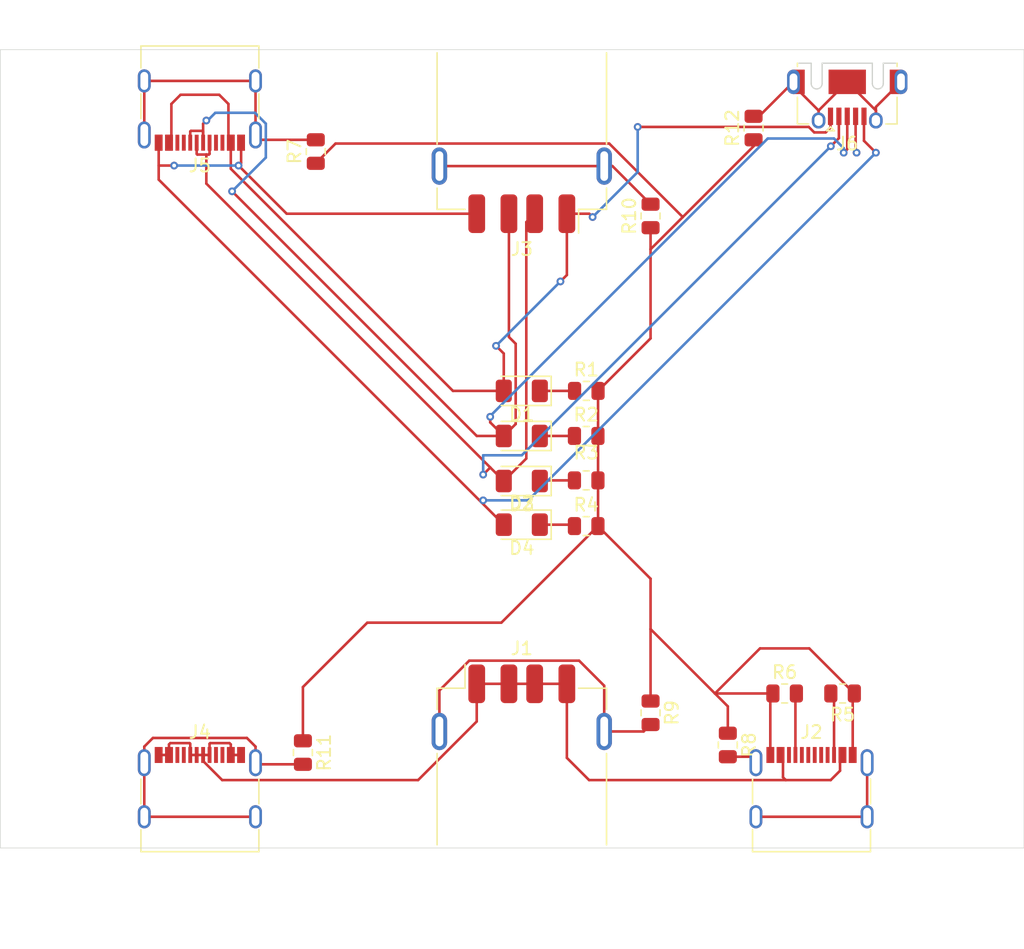
<source format=kicad_pcb>
(kicad_pcb (version 20240108) (generator "pcbnew") (generator_version "8.0")
  (layers (0 "F.Cu" signal) (31 "B.Cu" signal) (34 "B.Paste" user) (35 "F.Paste" user) (36 "B.SilkS" user "B.Silkscreen") (37 "F.SilkS" user "F.Silkscreen") (38 "B.Mask" user) (39 "F.Mask" user) (44 "Edge.Cuts" user))
  (net 0 "")
  (net 1 "Net-(D1-A)")
  (net 2 "Net-(D1-K)")
  (net 3 "Net-(D2-A)")
  (net 4 "Net-(D2-K)")
  (net 5 "Net-(D3-A)")
  (net 6 "Net-(D3-K)")
  (net 7 "Net-(D4-A)")
  (net 8 "Net-(D4-K)")
  (net 9 "Net-(J1-Shield)")
  (net 10 "+5V")
  (net 12 "GND")
  (net 16 "Net-(J2-CC1)")
  (net 17 "Net-(J2-CC2)")
  (net 18 "Net-(J2-SHIELD)")
  (net 21 "Net-(J3-Shield)")
  (net 22 "Net-(J4-SHIELD)")
  (net 28 "Net-(J5-SHIELD)")
  (net 32 "Net-(J6-Shield)")
  (net 33 "unconnected-(J6-ID-Pad4)")
  (footprint "LED_SMD:LED_1206_3216Metric" (layer "F.Cu") (at 57 81 180)
    (property "Reference" "D2" (at 0 -5.18 360) (layer "F.SilkS"))
    (property "Value" "LED")
    (fp_line (start 1.6 -1.135) (end -2.285 -1.135) (stroke (width 0.12)) (layer "F.SilkS"))
    (fp_line (start -2.285 1.135) (end 1.6 1.135) (stroke (width 0.12)) (layer "F.SilkS"))
    (fp_line (start -2.285 -1.135) (end -2.285 1.135) (stroke (width 0.12)) (layer "F.SilkS"))
    (pad "1" smd roundrect (at -1.4 0 180) (size 1.25 1.75) (layers "F.Cu" "F.Paste" "F.Mask") (roundrect_rratio 0.2) (net 4 "Net-(D2-K)"))
    (pad "2" smd roundrect (at 1.4 0 180) (size 1.25 1.75) (layers "F.Cu" "F.Paste" "F.Mask") (roundrect_rratio 0.2) (net 3 "Net-(D2-A)"))
  )
  (footprint "Resistor_SMD:R_0805_2012Metric" (layer "F.Cu") (at 73 105 -90)
    (property "Reference" "R8" (at 0 -1.65 90) (layer "F.SilkS"))
    (property "Value" "1M")
    (fp_line (start -0.227064 0.735) (end 0.227064 0.735) (stroke (width 0.12)) (layer "F.SilkS"))
    (fp_line (start -0.227064 -0.735) (end 0.227064 -0.735) (stroke (width 0.12)) (layer "F.SilkS"))
    (pad "1" smd roundrect (at -0.9125 0 270) (size 1.025 1.4) (layers "F.Cu" "F.Paste" "F.Mask") (roundrect_rratio 0.243902) (net 12 "GND"))
    (pad "2" smd roundrect (at 0.9125 0 270) (size 1.025 1.4) (layers "F.Cu" "F.Paste" "F.Mask") (roundrect_rratio 0.243902) (net 18 "Net-(J2-SHIELD)"))
  )
  (footprint "Resistor_SMD:R_0805_2012Metric" (layer "F.Cu") (at 75 57.0875 90)
    (property "Reference" "R12" (at 0 -1.65 90) (layer "F.SilkS"))
    (property "Value" "1M")
    (fp_line (start -0.227064 -0.735) (end 0.227064 -0.735) (stroke (width 0.12)) (layer "F.SilkS"))
    (fp_line (start -0.227064 0.735) (end 0.227064 0.735) (stroke (width 0.12)) (layer "F.SilkS"))
    (pad "1" smd roundrect (at -0.9125 0 90) (size 1.025 1.4) (layers "F.Cu" "F.Paste" "F.Mask") (roundrect_rratio 0.243902) (net 12 "GND"))
    (pad "2" smd roundrect (at 0.9125 0 90) (size 1.025 1.4) (layers "F.Cu" "F.Paste" "F.Mask") (roundrect_rratio 0.243902) (net 32 "Net-(J6-Shield)"))
  )
  (footprint "LED_SMD:LED_1206_3216Metric" (layer "F.Cu") (at 57 87.89 180)
    (property "Reference" "D4" (at 0 -1.82 360) (layer "F.SilkS"))
    (property "Value" "LED")
    (fp_line (start 1.6 -1.135) (end -2.285 -1.135) (stroke (width 0.12)) (layer "F.SilkS"))
    (fp_line (start -2.285 1.135) (end 1.6 1.135) (stroke (width 0.12)) (layer "F.SilkS"))
    (fp_line (start -2.285 -1.135) (end -2.285 1.135) (stroke (width 0.12)) (layer "F.SilkS"))
    (pad "1" smd roundrect (at -1.4 0 180) (size 1.25 1.75) (layers "F.Cu" "F.Paste" "F.Mask") (roundrect_rratio 0.2) (net 8 "Net-(D4-K)"))
    (pad "2" smd roundrect (at 1.4 0 180) (size 1.25 1.75) (layers "F.Cu" "F.Paste" "F.Mask") (roundrect_rratio 0.2) (net 7 "Net-(D4-A)"))
  )
  (footprint "Resistor_SMD:R_0805_2012Metric" (layer "F.Cu") (at 62 81)
    (property "Reference" "R2" (at 0 -1.65 0) (layer "F.SilkS"))
    (property "Value" "13000")
    (fp_line (start -0.227064 -0.735) (end 0.227064 -0.735) (stroke (width 0.12)) (layer "F.SilkS"))
    (fp_line (start -0.227064 0.735) (end 0.227064 0.735) (stroke (width 0.12)) (layer "F.SilkS"))
    (pad "1" smd roundrect (at -0.9125 0) (size 1.025 1.4) (layers "F.Cu" "F.Paste" "F.Mask") (roundrect_rratio 0.243902) (net 4 "Net-(D2-K)"))
    (pad "2" smd roundrect (at 0.9125 0) (size 1.025 1.4) (layers "F.Cu" "F.Paste" "F.Mask") (roundrect_rratio 0.243902) (net 12 "GND"))
  )
  (footprint "Resistor_SMD:R_0805_2012Metric" (layer "F.Cu") (at 62 84.45)
    (property "Reference" "R3" (at 0 -2.15 0) (layer "F.SilkS"))
    (property "Value" "13000")
    (fp_line (start -0.227064 -0.735) (end 0.227064 -0.735) (stroke (width 0.12)) (layer "F.SilkS"))
    (fp_line (start -0.227064 0.735) (end 0.227064 0.735) (stroke (width 0.12)) (layer "F.SilkS"))
    (pad "1" smd roundrect (at -0.9125 0) (size 1.025 1.4) (layers "F.Cu" "F.Paste" "F.Mask") (roundrect_rratio 0.243902) (net 6 "Net-(D3-K)"))
    (pad "2" smd roundrect (at 0.9125 0) (size 1.025 1.4) (layers "F.Cu" "F.Paste" "F.Mask") (roundrect_rratio 0.243902) (net 12 "GND"))
  )
  (footprint "LED_SMD:LED_1206_3216Metric" (layer "F.Cu") (at 57 84.5 180)
    (property "Reference" "D3" (at 0 -1.82 360) (layer "F.SilkS"))
    (property "Value" "LED")
    (fp_line (start 1.6 -1.135) (end -2.285 -1.135) (stroke (width 0.12)) (layer "F.SilkS"))
    (fp_line (start -2.285 1.135) (end 1.6 1.135) (stroke (width 0.12)) (layer "F.SilkS"))
    (fp_line (start -2.285 -1.135) (end -2.285 1.135) (stroke (width 0.12)) (layer "F.SilkS"))
    (pad "1" smd roundrect (at -1.4 0 180) (size 1.25 1.75) (layers "F.Cu" "F.Paste" "F.Mask") (roundrect_rratio 0.2) (net 6 "Net-(D3-K)"))
    (pad "2" smd roundrect (at 1.4 0 180) (size 1.25 1.75) (layers "F.Cu" "F.Paste" "F.Mask") (roundrect_rratio 0.2) (net 5 "Net-(D3-A)"))
  )
  (footprint "Resistor_SMD:R_0805_2012Metric" (layer "F.Cu") (at 62.01 77.5)
    (property "Reference" "R1" (at 0 -1.65 0) (layer "F.SilkS"))
    (property "Value" "13000")
    (fp_line (start -0.227064 -0.735) (end 0.227064 -0.735) (stroke (width 0.12)) (layer "F.SilkS"))
    (fp_line (start -0.227064 0.735) (end 0.227064 0.735) (stroke (width 0.12)) (layer "F.SilkS"))
    (pad "1" smd roundrect (at -0.9125 0) (size 1.025 1.4) (layers "F.Cu" "F.Paste" "F.Mask") (roundrect_rratio 0.243902) (net 2 "Net-(D1-K)"))
    (pad "2" smd roundrect (at 0.9125 0) (size 1.025 1.4) (layers "F.Cu" "F.Paste" "F.Mask") (roundrect_rratio 0.243902) (net 12 "GND"))
  )
  (footprint "LED_SMD:LED_1206_3216Metric" (layer "F.Cu") (at 57 77.5 180)
    (property "Reference" "D1" (at 0 -1.82 360) (layer "F.SilkS"))
    (property "Value" "LED")
    (fp_line (start 1.6 -1.135) (end -2.285 -1.135) (stroke (width 0.12)) (layer "F.SilkS"))
    (fp_line (start -2.285 1.135) (end 1.6 1.135) (stroke (width 0.12)) (layer "F.SilkS"))
    (fp_line (start -2.285 -1.135) (end -2.285 1.135) (stroke (width 0.12)) (layer "F.SilkS"))
    (pad "1" smd roundrect (at -1.4 0 180) (size 1.25 1.75) (layers "F.Cu" "F.Paste" "F.Mask") (roundrect_rratio 0.2) (net 2 "Net-(D1-K)"))
    (pad "2" smd roundrect (at 1.4 0 180) (size 1.25 1.75) (layers "F.Cu" "F.Paste" "F.Mask") (roundrect_rratio 0.2) (net 1 "Net-(D1-A)"))
  )
  (footprint "Connector_USB:USB_C_Receptacle_G-Switch_GT-USB-7010ASV" (layer "F.Cu") (at 32 109.5)
    (property "Reference" "J4" (at 0 -5.5 0) (layer "F.SilkS"))
    (property "Value" "USB_C_Receptacle_USB2.0_16P")
    (fp_line (start -4.58 -1.85) (end -4.58 0.07) (stroke (width 0.12)) (layer "F.SilkS"))
    (fp_line (start -4.58 3.785) (end -4.58 2.08) (stroke (width 0.12)) (layer "F.SilkS"))
    (fp_line (start 4.58 0.07) (end 4.58 -1.85) (stroke (width 0.12)) (layer "F.SilkS"))
    (fp_line (start 4.58 2.08) (end 4.58 3.785) (stroke (width 0.12)) (layer "F.SilkS"))
    (fp_line (start 4.58 3.785) (end -4.58 3.785) (stroke (width 0.12)) (layer "F.SilkS"))
    (pad "" np_thru_hole circle (at -2.89 -2.605) (size 0.65 0.65) (drill 0.65) (layers "*.Cu" "*.Mask"))
    (pad "" np_thru_hole circle (at 2.89 -2.605) (size 0.65 0.65) (drill 0.65) (layers "*.Cu" "*.Mask"))
    (pad "A1" smd rect (at -3.2 -3.725) (size 0.6 1.24) (layers "F.Cu" "F.Paste" "F.Mask") (net 10 "+5V"))
    (pad "A4" smd rect (at -2.4 -3.725) (size 0.6 1.24) (layers "F.Cu" "F.Paste" "F.Mask") (net 10 "+5V"))
    (pad "A5" smd rect (at -1.25 -3.725) (size 0.3 1.24) (layers "F.Cu" "F.Paste" "F.Mask"))
    (pad "A6" smd rect (at -0.25 -3.725) (size 0.3 1.24) (layers "F.Cu" "F.Paste" "F.Mask") (net 10 "+5V"))
    (pad "A7" smd rect (at 0.25 -3.725) (size 0.3 1.24) (layers "F.Cu" "F.Paste" "F.Mask") (net 10 "+5V"))
    (pad "A8" smd rect (at 1.25 -3.725) (size 0.3 1.24) (layers "F.Cu" "F.Paste" "F.Mask"))
    (pad "A9" smd rect (at 2.4 -3.725) (size 0.6 1.24) (layers "F.Cu" "F.Paste" "F.Mask") (net 10 "+5V"))
    (pad "A12" smd rect (at 3.2 -3.725) (size 0.6 1.24) (layers "F.Cu" "F.Paste" "F.Mask") (net 10 "+5V"))
    (pad "B1" smd rect (at 3.2 -3.725) (size 0.6 1.24) (layers "F.Cu" "F.Paste" "F.Mask") (net 10 "+5V"))
    (pad "B4" smd rect (at 2.4 -3.725) (size 0.6 1.24) (layers "F.Cu" "F.Paste" "F.Mask") (net 10 "+5V"))
    (pad "B5" smd rect (at 1.75 -3.725) (size 0.3 1.24) (layers "F.Cu" "F.Paste" "F.Mask"))
    (pad "B6" smd rect (at 0.75 -3.725) (size 0.3 1.24) (layers "F.Cu" "F.Paste" "F.Mask") (net 10 "+5V"))
    (pad "B7" smd rect (at -0.75 -3.725) (size 0.3 1.24) (layers "F.Cu" "F.Paste" "F.Mask") (net 10 "+5V"))
    (pad "B8" smd rect (at -1.75 -3.725) (size 0.3 1.24) (layers "F.Cu" "F.Paste" "F.Mask"))
    (pad "B9" smd rect (at -2.4 -3.725) (size 0.6 1.24) (layers "F.Cu" "F.Paste" "F.Mask") (net 10 "+5V"))
    (pad "B12" smd rect (at -3.2 -3.725) (size 0.6 1.24) (layers "F.Cu" "F.Paste" "F.Mask") (net 10 "+5V"))
    (pad "S1" thru_hole oval (at -4.32 -3.125) (size 1 2.1) (drill oval 0.6 1.7) (layers "*.Cu" "*.Mask") (net 22 "Net-(J4-SHIELD)"))
    (pad "S1" thru_hole oval (at -4.32 1.075) (size 1 1.8) (drill oval 0.6 1.4) (layers "*.Cu" "*.Mask") (net 22 "Net-(J4-SHIELD)"))
    (pad "S1" thru_hole oval (at 4.32 -3.125) (size 1 2.1) (drill oval 0.6 1.7) (layers "*.Cu" "*.Mask") (net 22 "Net-(J4-SHIELD)"))
    (pad "S1" thru_hole oval (at 4.32 1.075) (size 1 1.8) (drill oval 0.6 1.4) (layers "*.Cu" "*.Mask") (net 22 "Net-(J4-SHIELD)"))
  )
  (footprint "Resistor_SMD:R_0805_2012Metric" (layer "F.Cu") (at 77.4125 101)
    (property "Reference" "R6" (at 0 -1.65 0) (layer "F.SilkS"))
    (property "Value" "5.11k")
    (fp_line (start -0.227064 -0.735) (end 0.227064 -0.735) (stroke (width 0.12)) (layer "F.SilkS"))
    (fp_line (start -0.227064 0.735) (end 0.227064 0.735) (stroke (width 0.12)) (layer "F.SilkS"))
    (pad "1" smd roundrect (at -0.9125 0) (size 1.025 1.4) (layers "F.Cu" "F.Paste" "F.Mask") (roundrect_rratio 0.243902) (net 12 "GND"))
    (pad "2" smd roundrect (at 0.9125 0) (size 1.025 1.4) (layers "F.Cu" "F.Paste" "F.Mask") (roundrect_rratio 0.243902) (net 16 "Net-(J2-CC1)"))
  )
  (footprint "Resistor_SMD:R_0805_2012Metric" (layer "F.Cu") (at 62 88)
    (property "Reference" "R4" (at 0 -1.65 0) (layer "F.SilkS"))
    (property "Value" "13000")
    (fp_line (start -0.227064 -0.735) (end 0.227064 -0.735) (stroke (width 0.12)) (layer "F.SilkS"))
    (fp_line (start -0.227064 0.735) (end 0.227064 0.735) (stroke (width 0.12)) (layer "F.SilkS"))
    (pad "1" smd roundrect (at -0.9125 0) (size 1.025 1.4) (layers "F.Cu" "F.Paste" "F.Mask") (roundrect_rratio 0.243902) (net 8 "Net-(D4-K)"))
    (pad "2" smd roundrect (at 0.9125 0) (size 1.025 1.4) (layers "F.Cu" "F.Paste" "F.Mask") (roundrect_rratio 0.243902) (net 12 "GND"))
  )
  (footprint "Connector_USB:USB_A_Receptacle_GCT_USB1046" (layer "F.Cu") (at 57 56.49 180)
    (property "Reference" "J3" (at 0 -10 0) (layer "F.SilkS"))
    (property "Value" "USB_A")
    (fp_line (start 6.58 -1.84) (end 6.58 5.25) (stroke (width 0.12)) (layer "F.SilkS"))
    (fp_line (start 6.58 -6.91) (end 6.58 -5.26) (stroke (width 0.12)) (layer "F.SilkS"))
    (fp_line (start 4.41 -6.91) (end 6.58 -6.91) (stroke (width 0.12)) (layer "F.SilkS"))
    (fp_line (start -4.41 -6.91) (end -4.41 -8.75) (stroke (width 0.12)) (layer "F.SilkS"))
    (fp_line (start -4.41 -6.91) (end -6.58 -6.91) (stroke (width 0.12)) (layer "F.SilkS"))
    (fp_line (start -6.58 -1.84) (end -6.58 5.25) (stroke (width 0.12)) (layer "F.SilkS"))
    (fp_line (start -6.58 -6.91) (end -6.58 -5.26) (stroke (width 0.12)) (layer "F.SilkS"))
    (pad "1" smd roundrect (at -3.5 -7.25 180) (size 1.3 3) (layers "F.Cu" "F.Paste" "F.Mask") (net 1 "Net-(D1-A)"))
    (pad "2" smd roundrect (at -1 -7.25 180) (size 1.3 3) (layers "F.Cu" "F.Paste" "F.Mask") (net 5 "Net-(D3-A)"))
    (pad "3" smd roundrect (at 1 -7.25 180) (size 1.3 3) (layers "F.Cu" "F.Paste" "F.Mask") (net 3 "Net-(D2-A)"))
    (pad "4" smd roundrect (at 3.5 -7.25 180) (size 1.3 3) (layers "F.Cu" "F.Paste" "F.Mask") (net 7 "Net-(D4-A)"))
    (pad "5" thru_hole oval (at -6.4 -3.55 180) (size 1.2 2.9) (drill oval 0.6 2.3) (layers "*.Cu" "*.Mask") (net 21 "Net-(J3-Shield)"))
    (pad "5" thru_hole oval (at 6.4 -3.55 180) (size 1.2 2.9) (drill oval 0.6 2.3) (layers "*.Cu" "*.Mask") (net 21 "Net-(J3-Shield)"))
  )
  (footprint "Connector_USB:USB_C_Receptacle_G-Switch_GT-USB-7010ASV" (layer "F.Cu") (at 32 54.5 180)
    (property "Reference" "J5" (at 0 -5.5 360) (layer "F.SilkS"))
    (property "Value" "USB_C_Receptacle_USB2.0_16P")
    (fp_line (start 4.58 3.785) (end -4.58 3.785) (stroke (width 0.12)) (layer "F.SilkS"))
    (fp_line (start 4.58 2.08) (end 4.58 3.785) (stroke (width 0.12)) (layer "F.SilkS"))
    (fp_line (start 4.58 0.07) (end 4.58 -1.85) (stroke (width 0.12)) (layer "F.SilkS"))
    (fp_line (start -4.58 3.785) (end -4.58 2.08) (stroke (width 0.12)) (layer "F.SilkS"))
    (fp_line (start -4.58 -1.85) (end -4.58 0.07) (stroke (width 0.12)) (layer "F.SilkS"))
    (pad "" np_thru_hole circle (at -2.89 -2.605 180) (size 0.65 0.65) (drill 0.65) (layers "*.Cu" "*.Mask"))
    (pad "" np_thru_hole circle (at 2.89 -2.605 180) (size 0.65 0.65) (drill 0.65) (layers "*.Cu" "*.Mask"))
    (pad "A1" smd rect (at -3.2 -3.725 180) (size 0.6 1.24) (layers "F.Cu" "F.Paste" "F.Mask") (net 7 "Net-(D4-A)"))
    (pad "A4" smd rect (at -2.4 -3.725 180) (size 0.6 1.24) (layers "F.Cu" "F.Paste" "F.Mask") (net 1 "Net-(D1-A)"))
    (pad "A5" smd rect (at -1.25 -3.725 180) (size 0.3 1.24) (layers "F.Cu" "F.Paste" "F.Mask"))
    (pad "A6" smd rect (at -0.25 -3.725 180) (size 0.3 1.24) (layers "F.Cu" "F.Paste" "F.Mask") (net 3 "Net-(D2-A)"))
    (pad "A7" smd rect (at 0.25 -3.725 180) (size 0.3 1.24) (layers "F.Cu" "F.Paste" "F.Mask") (net 5 "Net-(D3-A)"))
    (pad "A8" smd rect (at 1.25 -3.725 180) (size 0.3 1.24) (layers "F.Cu" "F.Paste" "F.Mask"))
    (pad "A9" smd rect (at 2.4 -3.725 180) (size 0.6 1.24) (layers "F.Cu" "F.Paste" "F.Mask") (net 1 "Net-(D1-A)"))
    (pad "A12" smd rect (at 3.2 -3.725 180) (size 0.6 1.24) (layers "F.Cu" "F.Paste" "F.Mask") (net 7 "Net-(D4-A)"))
    (pad "B1" smd rect (at 3.2 -3.725 180) (size 0.6 1.24) (layers "F.Cu" "F.Paste" "F.Mask") (net 7 "Net-(D4-A)"))
    (pad "B4" smd rect (at 2.4 -3.725 180) (size 0.6 1.24) (layers "F.Cu" "F.Paste" "F.Mask") (net 1 "Net-(D1-A)"))
    (pad "B5" smd rect (at 1.75 -3.725 180) (size 0.3 1.24) (layers "F.Cu" "F.Paste" "F.Mask"))
    (pad "B6" smd rect (at 0.75 -3.725 180) (size 0.3 1.24) (layers "F.Cu" "F.Paste" "F.Mask") (net 3 "Net-(D2-A)"))
    (pad "B7" smd rect (at -0.75 -3.725 180) (size 0.3 1.24) (layers "F.Cu" "F.Paste" "F.Mask") (net 5 "Net-(D3-A)"))
    (pad "B8" smd rect (at -1.75 -3.725 180) (size 0.3 1.24) (layers "F.Cu" "F.Paste" "F.Mask"))
    (pad "B9" smd rect (at -2.4 -3.725 180) (size 0.6 1.24) (layers "F.Cu" "F.Paste" "F.Mask") (net 1 "Net-(D1-A)"))
    (pad "B12" smd rect (at -3.2 -3.725 180) (size 0.6 1.24) (layers "F.Cu" "F.Paste" "F.Mask") (net 7 "Net-(D4-A)"))
    (pad "S1" thru_hole oval (at -4.32 -3.125 180) (size 1 2.1) (drill oval 0.6 1.7) (layers "*.Cu" "*.Mask") (net 28 "Net-(J5-SHIELD)"))
    (pad "S1" thru_hole oval (at -4.32 1.075 180) (size 1 1.8) (drill oval 0.6 1.4) (layers "*.Cu" "*.Mask") (net 28 "Net-(J5-SHIELD)"))
    (pad "S1" thru_hole oval (at 4.32 -3.125 180) (size 1 2.1) (drill oval 0.6 1.7) (layers "*.Cu" "*.Mask") (net 28 "Net-(J5-SHIELD)"))
    (pad "S1" thru_hole oval (at 4.32 1.075 180) (size 1 1.8) (drill oval 0.6 1.4) (layers "*.Cu" "*.Mask") (net 28 "Net-(J5-SHIELD)"))
  )
  (footprint "Connector_USB:USB_C_Receptacle_G-Switch_GT-USB-7010ASV" (layer "F.Cu") (at 79.5 109.5)
    (property "Reference" "J2" (at 0 -5.5 0) (layer "F.SilkS"))
    (property "Value" "USB_C_Receptacle_USB2.0_16P")
    (fp_line (start -4.58 -1.85) (end -4.58 0.07) (stroke (width 0.12)) (layer "F.SilkS"))
    (fp_line (start -4.58 3.785) (end -4.58 2.08) (stroke (width 0.12)) (layer "F.SilkS"))
    (fp_line (start 4.58 0.07) (end 4.58 -1.85) (stroke (width 0.12)) (layer "F.SilkS"))
    (fp_line (start 4.58 2.08) (end 4.58 3.785) (stroke (width 0.12)) (layer "F.SilkS"))
    (fp_line (start 4.58 3.785) (end -4.58 3.785) (stroke (width 0.12)) (layer "F.SilkS"))
    (pad "" np_thru_hole circle (at -2.89 -2.605) (size 0.65 0.65) (drill 0.65) (layers "*.Cu" "*.Mask"))
    (pad "" np_thru_hole circle (at 2.89 -2.605) (size 0.65 0.65) (drill 0.65) (layers "*.Cu" "*.Mask"))
    (pad "A1" smd rect (at -3.2 -3.725) (size 0.6 1.24) (layers "F.Cu" "F.Paste" "F.Mask") (net 12 "GND"))
    (pad "A4" smd rect (at -2.4 -3.725) (size 0.6 1.24) (layers "F.Cu" "F.Paste" "F.Mask") (net 10 "+5V"))
    (pad "A5" smd rect (at -1.25 -3.725) (size 0.3 1.24) (layers "F.Cu" "F.Paste" "F.Mask") (net 16 "Net-(J2-CC1)"))
    (pad "A6" smd rect (at -0.25 -3.725) (size 0.3 1.24) (layers "F.Cu" "F.Paste" "F.Mask"))
    (pad "A7" smd rect (at 0.25 -3.725) (size 0.3 1.24) (layers "F.Cu" "F.Paste" "F.Mask"))
    (pad "A8" smd rect (at 1.25 -3.725) (size 0.3 1.24) (layers "F.Cu" "F.Paste" "F.Mask"))
    (pad "A9" smd rect (at 2.4 -3.725) (size 0.6 1.24) (layers "F.Cu" "F.Paste" "F.Mask") (net 10 "+5V"))
    (pad "A12" smd rect (at 3.2 -3.725) (size 0.6 1.24) (layers "F.Cu" "F.Paste" "F.Mask") (net 12 "GND"))
    (pad "B1" smd rect (at 3.2 -3.725) (size 0.6 1.24) (layers "F.Cu" "F.Paste" "F.Mask") (net 12 "GND"))
    (pad "B4" smd rect (at 2.4 -3.725) (size 0.6 1.24) (layers "F.Cu" "F.Paste" "F.Mask") (net 10 "+5V"))
    (pad "B5" smd rect (at 1.75 -3.725) (size 0.3 1.24) (layers "F.Cu" "F.Paste" "F.Mask") (net 17 "Net-(J2-CC2)"))
    (pad "B6" smd rect (at 0.75 -3.725) (size 0.3 1.24) (layers "F.Cu" "F.Paste" "F.Mask"))
    (pad "B7" smd rect (at -0.75 -3.725) (size 0.3 1.24) (layers "F.Cu" "F.Paste" "F.Mask"))
    (pad "B8" smd rect (at -1.75 -3.725) (size 0.3 1.24) (layers "F.Cu" "F.Paste" "F.Mask"))
    (pad "B9" smd rect (at -2.4 -3.725) (size 0.6 1.24) (layers "F.Cu" "F.Paste" "F.Mask") (net 10 "+5V"))
    (pad "B12" smd rect (at -3.2 -3.725) (size 0.6 1.24) (layers "F.Cu" "F.Paste" "F.Mask") (net 12 "GND"))
    (pad "S1" thru_hole oval (at -4.32 -3.125) (size 1 2.1) (drill oval 0.6 1.7) (layers "*.Cu" "*.Mask") (net 18 "Net-(J2-SHIELD)"))
    (pad "S1" thru_hole oval (at -4.32 1.075) (size 1 1.8) (drill oval 0.6 1.4) (layers "*.Cu" "*.Mask") (net 18 "Net-(J2-SHIELD)"))
    (pad "S1" thru_hole oval (at 4.32 -3.125) (size 1 2.1) (drill oval 0.6 1.7) (layers "*.Cu" "*.Mask") (net 18 "Net-(J2-SHIELD)"))
    (pad "S1" thru_hole oval (at 4.32 1.075) (size 1 1.8) (drill oval 0.6 1.4) (layers "*.Cu" "*.Mask") (net 18 "Net-(J2-SHIELD)"))
  )
  (footprint "Connector_USB:USB_A_Receptacle_GCT_USB1046" (layer "F.Cu") (at 57 107.5)
    (property "Reference" "J1" (at 0 -10 0) (layer "F.SilkS"))
    (property "Value" "USB_A")
    (fp_line (start -6.58 -6.91) (end -6.58 -5.26) (stroke (width 0.12)) (layer "F.SilkS"))
    (fp_line (start -6.58 -1.84) (end -6.58 5.25) (stroke (width 0.12)) (layer "F.SilkS"))
    (fp_line (start -4.41 -6.91) (end -6.58 -6.91) (stroke (width 0.12)) (layer "F.SilkS"))
    (fp_line (start -4.41 -6.91) (end -4.41 -8.75) (stroke (width 0.12)) (layer "F.SilkS"))
    (fp_line (start 4.41 -6.91) (end 6.58 -6.91) (stroke (width 0.12)) (layer "F.SilkS"))
    (fp_line (start 6.58 -6.91) (end 6.58 -5.26) (stroke (width 0.12)) (layer "F.SilkS"))
    (fp_line (start 6.58 -1.84) (end 6.58 5.25) (stroke (width 0.12)) (layer "F.SilkS"))
    (pad "1" smd roundrect (at -3.5 -7.25) (size 1.3 3) (layers "F.Cu" "F.Paste" "F.Mask") (net 10 "+5V"))
    (pad "2" smd roundrect (at -1 -7.25) (size 1.3 3) (layers "F.Cu" "F.Paste" "F.Mask") (net 10 "+5V"))
    (pad "3" smd roundrect (at 1 -7.25) (size 1.3 3) (layers "F.Cu" "F.Paste" "F.Mask") (net 10 "+5V"))
    (pad "4" smd roundrect (at 3.5 -7.25) (size 1.3 3) (layers "F.Cu" "F.Paste" "F.Mask") (net 10 "+5V"))
    (pad "5" thru_hole oval (at -6.4 -3.55) (size 1.2 2.9) (drill oval 0.6 2.3) (layers "*.Cu" "*.Mask") (net 9 "Net-(J1-Shield)"))
    (pad "5" thru_hole oval (at 6.4 -3.55) (size 1.2 2.9) (drill oval 0.6 2.3) (layers "*.Cu" "*.Mask") (net 9 "Net-(J1-Shield)"))
  )
  (footprint "Resistor_SMD:R_0805_2012Metric" (layer "F.Cu") (at 40 105.5875 -90)
    (property "Reference" "R11" (at 0 -1.65 90) (layer "F.SilkS"))
    (property "Value" "1M")
    (fp_line (start -0.227064 0.735) (end 0.227064 0.735) (stroke (width 0.12)) (layer "F.SilkS"))
    (fp_line (start -0.227064 -0.735) (end 0.227064 -0.735) (stroke (width 0.12)) (layer "F.SilkS"))
    (pad "1" smd roundrect (at -0.9125 0 270) (size 1.025 1.4) (layers "F.Cu" "F.Paste" "F.Mask") (roundrect_rratio 0.243902) (net 12 "GND"))
    (pad "2" smd roundrect (at 0.9125 0 270) (size 1.025 1.4) (layers "F.Cu" "F.Paste" "F.Mask") (roundrect_rratio 0.243902) (net 22 "Net-(J4-SHIELD)"))
  )
  (footprint "Resistor_SMD:R_0805_2012Metric" (layer "F.Cu") (at 81.9125 101 180)
    (property "Reference" "R5" (at 0 -1.65 0) (layer "F.SilkS"))
    (property "Value" "5.11k")
    (fp_line (start -0.227064 0.735) (end 0.227064 0.735) (stroke (width 0.12)) (layer "F.SilkS"))
    (fp_line (start -0.227064 -0.735) (end 0.227064 -0.735) (stroke (width 0.12)) (layer "F.SilkS"))
    (pad "1" smd roundrect (at -0.9125 0 180) (size 1.025 1.4) (layers "F.Cu" "F.Paste" "F.Mask") (roundrect_rratio 0.243902) (net 12 "GND"))
    (pad "2" smd roundrect (at 0.9125 0 180) (size 1.025 1.4) (layers "F.Cu" "F.Paste" "F.Mask") (roundrect_rratio 0.243902) (net 17 "Net-(J2-CC2)"))
  )
  (footprint "Resistor_SMD:R_0805_2012Metric" (layer "F.Cu") (at 67 63.9125 90)
    (property "Reference" "R10" (at 0 -1.65 90) (layer "F.SilkS"))
    (property "Value" "1M")
    (fp_line (start -0.227064 -0.735) (end 0.227064 -0.735) (stroke (width 0.12)) (layer "F.SilkS"))
    (fp_line (start -0.227064 0.735) (end 0.227064 0.735) (stroke (width 0.12)) (layer "F.SilkS"))
    (pad "1" smd roundrect (at -0.9125 0 90) (size 1.025 1.4) (layers "F.Cu" "F.Paste" "F.Mask") (roundrect_rratio 0.243902) (net 12 "GND"))
    (pad "2" smd roundrect (at 0.9125 0 90) (size 1.025 1.4) (layers "F.Cu" "F.Paste" "F.Mask") (roundrect_rratio 0.243902) (net 21 "Net-(J3-Shield)"))
  )
  (footprint "Resistor_SMD:R_0805_2012Metric" (layer "F.Cu") (at 41 58.9125 90)
    (property "Reference" "R7" (at 0 -1.65 90) (layer "F.SilkS"))
    (property "Value" "1M")
    (fp_line (start -0.227064 -0.735) (end 0.227064 -0.735) (stroke (width 0.12)) (layer "F.SilkS"))
    (fp_line (start -0.227064 0.735) (end 0.227064 0.735) (stroke (width 0.12)) (layer "F.SilkS"))
    (pad "1" smd roundrect (at -0.9125 0 90) (size 1.025 1.4) (layers "F.Cu" "F.Paste" "F.Mask") (roundrect_rratio 0.243902) (net 12 "GND"))
    (pad "2" smd roundrect (at 0.9125 0 90) (size 1.025 1.4) (layers "F.Cu" "F.Paste" "F.Mask") (roundrect_rratio 0.243902) (net 28 "Net-(J5-SHIELD)"))
  )
  (footprint "Resistor_SMD:R_0805_2012Metric" (layer "F.Cu") (at 67 102.5 -90)
    (property "Reference" "R9" (at 0 -1.65 90) (layer "F.SilkS"))
    (property "Value" "1M")
    (fp_line (start -0.227064 0.735) (end 0.227064 0.735) (stroke (width 0.12)) (layer "F.SilkS"))
    (fp_line (start -0.227064 -0.735) (end 0.227064 -0.735) (stroke (width 0.12)) (layer "F.SilkS"))
    (pad "1" smd roundrect (at -0.9125 0 270) (size 1.025 1.4) (layers "F.Cu" "F.Paste" "F.Mask") (roundrect_rratio 0.243902) (net 12 "GND"))
    (pad "2" smd roundrect (at 0.9125 0 270) (size 1.025 1.4) (layers "F.Cu" "F.Paste" "F.Mask") (roundrect_rratio 0.243902) (net 9 "Net-(J1-Shield)"))
  )
  (footprint "Connector_USB:USB_Micro-AB_Molex_47590-0001" (layer "F.Cu") (at 82.275 53.5 180)
    (property "Reference" "J6" (at 0 -4.8 360) (layer "F.SilkS"))
    (property "Value" "USB_B_Micro")
    (fp_line (start 3.87 1.2) (end 3.87 1.45) (stroke (width 0.12)) (layer "F.SilkS"))
    (fp_line (start 3.87 -3.27) (end 3.87 -1.2) (stroke (width 0.12)) (layer "F.SilkS"))
    (fp_line (start 3 -3.27) (end 3.87 -3.27) (stroke (width 0.12)) (layer "F.SilkS"))
    (fp_line (start 1.3 -3.5) (end 1.6 -3.8) (stroke (width 0.12)) (layer "F.SilkS"))
    (fp_line (start 1.3 -3.5) (end 1 -3.8) (stroke (width 0.12)) (layer "F.SilkS"))
    (fp_line (start 1 -3.8) (end 1.6 -3.8) (stroke (width 0.12)) (layer "F.SilkS"))
    (fp_line (start -3.87 1.2) (end -3.87 1.45) (stroke (width 0.12)) (layer "F.SilkS"))
    (fp_line (start -3.87 -3.27) (end -3 -3.27) (stroke (width 0.12)) (layer "F.SilkS"))
    (fp_line (start -3.87 -3.27) (end -3.87 -1.2) (stroke (width 0.12)) (layer "F.SilkS"))
    (fp_line (start 2.8 1.45) (end 3.75 1.45) (stroke (width 0.1)) (layer "Edge.Cuts"))
    (fp_line (start 2.8 -0.125) (end 2.8 1.45) (stroke (width 0.1)) (layer "Edge.Cuts"))
    (fp_line (start 1.95 -0.125) (end 1.95 1.45) (stroke (width 0.1)) (layer "Edge.Cuts"))
    (fp_line (start -1.95 1.45) (end 1.95 1.45) (stroke (width 0.1)) (layer "Edge.Cuts"))
    (fp_line (start -1.95 -0.125) (end -1.95 1.45) (stroke (width 0.1)) (layer "Edge.Cuts"))
    (fp_line (start -2.8 -0.125) (end -2.8 1.45) (stroke (width 0.1)) (layer "Edge.Cuts"))
    (fp_line (start -3.75 1.45) (end -2.8 1.45) (stroke (width 0.1)) (layer "Edge.Cuts"))
    (fp_arc (start 1.95 -0.125) (mid 2.375 -0.55) (end 2.8 -0.125) (stroke (width 0.1)) (layer "Edge.Cuts"))
    (fp_arc (start -2.8 -0.125) (mid -2.375 -0.55) (end -1.95 -0.125) (stroke (width 0.1)) (layer "Edge.Cuts"))
    (pad "1" smd rect (at 1.3 -2.675 180) (size 0.4 1.35) (layers "F.Cu" "F.Paste" "F.Mask") (net 1 "Net-(D1-A)"))
    (pad "2" smd rect (at 0.65 -2.675 180) (size 0.4 1.35) (layers "F.Cu" "F.Paste" "F.Mask") (net 5 "Net-(D3-A)"))
    (pad "3" smd rect (at 0 -2.675 180) (size 0.4 1.35) (layers "F.Cu" "F.Paste" "F.Mask") (net 3 "Net-(D2-A)"))
    (pad "4" smd rect (at -0.65 -2.675 180) (size 0.4 1.35) (layers "F.Cu" "F.Paste" "F.Mask") (net 33 "unconnected-(J6-ID-Pad4)"))
    (pad "5" smd rect (at -1.3 -2.675 180) (size 0.4 1.35) (layers "F.Cu" "F.Paste" "F.Mask") (net 7 "Net-(D4-A)"))
    (pad "6" thru_hole oval (at -4.175 0 180) (size 1 1.9) (drill oval 0.6 1.3) (layers "*.Cu" "*.Mask") (net 32 "Net-(J6-Shield)"))
    (pad "6" smd rect (at -3.7375 0 180) (size 0.875 1.9) (layers "F.Cu" "F.Mask") (net 32 "Net-(J6-Shield)"))
    (pad "6" thru_hole oval (at -2.225 -3 180) (size 1.05 1.25) (drill oval 0.65 0.85) (layers "*.Cu" "*.Mask") (net 32 "Net-(J6-Shield)"))
    (pad "6" smd rect (at 0 0 180) (size 2.9 1.9) (layers "F.Cu" "F.Paste" "F.Mask") (net 32 "Net-(J6-Shield)"))
    (pad "6" thru_hole oval (at 2.225 -3 180) (size 1.05 1.25) (drill oval 0.65 0.85) (layers "*.Cu" "*.Mask") (net 32 "Net-(J6-Shield)"))
    (pad "6" smd rect (at 3.7375 0 180) (size 0.875 1.9) (layers "F.Cu" "F.Mask") (net 32 "Net-(J6-Shield)"))
    (pad "6" thru_hole oval (at 4.175 0 180) (size 1 1.9) (drill oval 0.6 1.3) (layers "*.Cu" "*.Mask") (net 32 "Net-(J6-Shield)"))
  )
  (gr_rect (start 16.5 51) (end 96 113) (stroke (width 0.05)) (fill none) (layer "Edge.Cuts"))
  (segment (start 29.785 55.215) (end 30.5 54.5) (width 0.2) (layer "F.Cu") (net 1))
  (segment (start 62.24 63.74) (end 60.5 63.74) (width 0.2) (layer "F.Cu") (net 1))
  (segment (start 34.4 60.248529) (end 51.651471 77.5) (width 0.2) (layer "F.Cu") (net 1))
  (segment (start 80.975 57.05) (end 80.6 57.425) (width 0.2) (layer "F.Cu") (net 1))
  (segment (start 33.5 54.5) (end 30.5 54.5) (width 0.2) (layer "F.Cu") (net 1))
  (segment (start 80.975 56.175) (end 80.975 57.05) (width 0.2) (layer "F.Cu") (net 1))
  (segment (start 34.215 58.04) (end 34.215 55.215) (width 0.2) (layer "F.Cu") (net 1))
  (segment (start 34.215 55.215) (end 33.5 54.5) (width 0.2) (layer "F.Cu") (net 1))
  (segment (start 60.5 63.74) (end 60.5 68.5) (width 0.2) (layer "F.Cu") (net 1))
  (segment (start 34.4 58.225) (end 34.215 58.04) (width 0.2) (layer "F.Cu") (net 1))
  (segment (start 80.6 57.425) (end 79.708274 57.425) (width 0.2) (layer "F.Cu") (net 1))
  (segment (start 79.708274 57.425) (end 79.283274 57) (width 0.2) (layer "F.Cu") (net 1))
  (segment (start 62.5 64) (end 62.24 63.74) (width 0.2) (layer "F.Cu") (net 1))
  (segment (start 79.283274 57) (end 66 57) (width 0.2) (layer "F.Cu") (net 1))
  (segment (start 55.6 74.6) (end 55.6 77.5) (width 0.2) (layer "F.Cu") (net 1))
  (segment (start 34.4 58.225) (end 34.4 60.248529) (width 0.2) (layer "F.Cu") (net 1))
  (segment (start 29.785 58.04) (end 29.785 55.215) (width 0.2) (layer "F.Cu") (net 1))
  (segment (start 51.651471 77.5) (end 55.6 77.5) (width 0.2) (layer "F.Cu") (net 1))
  (segment (start 60.5 68.5) (end 60 69) (width 0.2) (layer "F.Cu") (net 1))
  (segment (start 29.6 58.225) (end 29.785 58.04) (width 0.2) (layer "F.Cu") (net 1))
  (segment (start 55 74) (end 55.6 74.6) (width 0.2) (layer "F.Cu") (net 1))
  (via (at 60 69) (size 0.6) (drill 0.3) (layers "F.Cu" "B.Cu") (net 1))
  (via (at 55 74) (size 0.6) (drill 0.3) (layers "F.Cu" "B.Cu") (net 1))
  (via (at 62.5 64) (size 0.6) (drill 0.3) (layers "F.Cu" "B.Cu") (net 1))
  (via (at 66 57) (size 0.6) (drill 0.3) (layers "F.Cu" "B.Cu") (net 1))
  (segment (start 55 74) (end 55 73.9) (width 0.2) (layer "B.Cu") (net 1))
  (segment (start 60 69) (end 55.1 73.9) (width 0.2) (layer "B.Cu") (net 1))
  (segment (start 66 57) (end 66 60.5) (width 0.2) (layer "B.Cu") (net 1))
  (segment (start 55.1 73.9) (end 55 74) (width 0.2) (layer "B.Cu") (net 1))
  (segment (start 66 60.5) (end 62.5 64) (width 0.2) (layer "B.Cu") (net 1))
  (segment (start 61.0975 77.5) (end 58.4 77.5) (width 0.2) (layer "F.Cu") (net 2))
  (segment (start 56 63.74) (end 56 73.315256) (width 0.2) (layer "F.Cu") (net 3))
  (segment (start 56.525 80.075) (end 55.6 81) (width 0.2) (layer "F.Cu") (net 3))
  (segment (start 55.6 81) (end 53.5 81) (width 0.2) (layer "F.Cu") (net 3))
  (segment (start 32.5 56.5) (end 32.25 56.75) (width 0.2) (layer "F.Cu") (net 3))
  (segment (start 31.25 57.355) (end 31.3 57.305) (width 0.2) (layer "F.Cu") (net 3))
  (segment (start 54.545642 79.509706) (end 54.545642 79.945642) (width 0.2) (layer "F.Cu") (net 3))
  (segment (start 82.275 56.175) (end 82.275 58.725) (width 0.2) (layer "F.Cu") (net 3))
  (segment (start 82 59) (end 82.25 58.75) (width 0.2) (layer "F.Cu") (net 3))
  (segment (start 56.525 73.840256) (end 56.525 80.075) (width 0.2) (layer "F.Cu") (net 3))
  (segment (start 31.3 57.305) (end 32.2 57.305) (width 0.2) (layer "F.Cu") (net 3))
  (segment (start 32.25 57.355) (end 32.25 58.225) (width 0.2) (layer "F.Cu") (net 3))
  (segment (start 31.25 58.225) (end 31.25 57.355) (width 0.2) (layer "F.Cu") (net 3))
  (segment (start 54.545642 79.945642) (end 55.6 81) (width 0.2) (layer "F.Cu") (net 3))
  (segment (start 32.25 56.75) (end 32.25 58.225) (width 0.2) (layer "F.Cu") (net 3))
  (segment (start 53.5 81) (end 34.5 62) (width 0.2) (layer "F.Cu") (net 3))
  (segment (start 56 73.315256) (end 56.525 73.840256) (width 0.2) (layer "F.Cu") (net 3))
  (segment (start 32.2 57.305) (end 32.25 57.355) (width 0.2) (layer "F.Cu") (net 3))
  (segment (start 82.275 58.725) (end 82 59) (width 0.2) (layer "F.Cu") (net 3))
  (via (at 32.5 56.5) (size 0.6) (drill 0.3) (layers "F.Cu" "B.Cu") (net 3))
  (via (at 34.5 62) (size 0.6) (drill 0.3) (layers "F.Cu" "B.Cu") (net 3))
  (via (at 82 59) (size 0.6) (drill 0.3) (layers "F.Cu" "B.Cu") (net 3))
  (via (at 54.545642 79.509706) (size 0.6) (drill 0.3) (layers "F.Cu" "B.Cu") (net 3))
  (segment (start 33.2 55.9) (end 32.6 56.5) (width 0.2) (layer "B.Cu") (net 3))
  (segment (start 82 58.651471) (end 81.248529 57.9) (width 0.2) (layer "B.Cu") (net 3))
  (segment (start 32.5 56.6) (end 32.6 56.5) (width 0.2) (layer "B.Cu") (net 3))
  (segment (start 34.5 62) (end 37.12 59.38) (width 0.2) (layer "B.Cu") (net 3))
  (segment (start 81.248529 57.9) (end 76.1 57.9) (width 0.2) (layer "B.Cu") (net 3))
  (segment (start 37.12 59.38) (end 37.12 56.743629) (width 0.2) (layer "B.Cu") (net 3))
  (segment (start 76.1 57.9) (end 54.5 79.5) (width 0.2) (layer "B.Cu") (net 3))
  (segment (start 37.12 56.743629) (end 36.276371 55.9) (width 0.2) (layer "B.Cu") (net 3))
  (segment (start 82 59) (end 82 58.651471) (width 0.2) (layer "B.Cu") (net 3))
  (segment (start 36.276371 55.9) (end 33.2 55.9) (width 0.2) (layer "B.Cu") (net 3))
  (segment (start 32.5 56.5) (end 32.5 56.6) (width 0.2) (layer "B.Cu") (net 3))
  (segment (start 32.6 56.5) (end 32.5 56.5) (width 0.2) (layer "B.Cu") (net 3))
  (segment (start 61.0875 81) (end 58.4 81) (width 0.2) (layer "F.Cu") (net 4))
  (segment (start 32.5 59.145) (end 32.5 61.4) (width 0.2) (layer "F.Cu") (net 5))
  (segment (start 32.5 61.4) (end 54.55 83.45) (width 0.2) (layer "F.Cu") (net 5))
  (segment (start 31.8 59.145) (end 32.5 59.145) (width 0.2) (layer "F.Cu") (net 5))
  (segment (start 32.7 59.145) (end 32.75 59.095) (width 0.2) (layer "F.Cu") (net 5))
  (segment (start 31.75 59.095) (end 31.8 59.145) (width 0.2) (layer "F.Cu") (net 5))
  (segment (start 81.625 56.175) (end 81.625 57.875) (width 0.2) (layer "F.Cu") (net 5))
  (segment (start 81.625 57.875) (end 81 58.5) (width 0.2) (layer "F.Cu") (net 5))
  (segment (start 57.350001 82.749999) (end 55.6 84.5) (width 0.2) (layer "F.Cu") (net 5))
  (segment (start 31.75 58.225) (end 31.75 59.095) (width 0.2) (layer "F.Cu") (net 5))
  (segment (start 58 63.74) (end 57.350001 64.389999) (width 0.2) (layer "F.Cu") (net 5))
  (segment (start 54.55 83.45) (end 55.6 84.5) (width 0.2) (layer "F.Cu") (net 5))
  (segment (start 32.75 59.095) (end 32.75 58.225) (width 0.2) (layer "F.Cu") (net 5))
  (segment (start 57.350001 64.389999) (end 57.350001 82.749999) (width 0.2) (layer "F.Cu") (net 5))
  (segment (start 54 84) (end 54.55 83.45) (width 0.2) (layer "F.Cu") (net 5))
  (segment (start 32.5 59.145) (end 32.7 59.145) (width 0.2) (layer "F.Cu") (net 5))
  (via (at 81 58.5) (size 0.6) (drill 0.3) (layers "F.Cu" "B.Cu") (net 5))
  (via (at 54 84) (size 0.6) (drill 0.3) (layers "F.Cu" "B.Cu") (net 5))
  (segment (start 81 58.5) (end 57 82.5) (width 0.2) (layer "B.Cu") (net 5))
  (segment (start 57 82.5) (end 54 82.5) (width 0.2) (layer "B.Cu") (net 5))
  (segment (start 54 82.5) (end 54 83.9) (width 0.2) (layer "B.Cu") (net 5))
  (segment (start 58.45 84.45) (end 58.4 84.5) (width 0.2) (layer "F.Cu") (net 6))
  (segment (start 61.0875 84.45) (end 58.45 84.45) (width 0.2) (layer "F.Cu") (net 6))
  (segment (start 35.2 58.225) (end 35.2 59.8) (width 0.2) (layer "F.Cu") (net 7))
  (segment (start 38.74 63.74) (end 35 60) (width 0.2) (layer "F.Cu") (net 7))
  (segment (start 83.575 58.075) (end 84.5 59) (width 0.2) (layer "F.Cu") (net 7))
  (segment (start 53.5 63.74) (end 38.74 63.74) (width 0.2) (layer "F.Cu") (net 7))
  (segment (start 83.575 56.175) (end 83.575 58.075) (width 0.2) (layer "F.Cu") (net 7))
  (segment (start 28.8 60) (end 30 60) (width 0.2) (layer "F.Cu") (net 7))
  (segment (start 28.8 61.09) (end 28.8 60) (width 0.2) (layer "F.Cu") (net 7))
  (segment (start 55.6 87.89) (end 28.8 61.09) (width 0.2) (layer "F.Cu") (net 7))
  (segment (start 28.8 60) (end 28.8 58.225) (width 0.2) (layer "F.Cu") (net 7))
  (segment (start 35.2 59.8) (end 35 60) (width 0.2) (layer "F.Cu") (net 7))
  (via (at 35 60) (size 0.6) (drill 0.3) (layers "F.Cu" "B.Cu") (net 7))
  (via (at 30 60) (size 0.6) (drill 0.3) (layers "F.Cu" "B.Cu") (net 7))
  (via (at 54 86) (size 0.6) (drill 0.3) (layers "F.Cu" "B.Cu") (net 7))
  (via (at 84.5 59) (size 0.6) (drill 0.3) (layers "F.Cu" "B.Cu") (net 7))
  (segment (start 84.5 59) (end 57.5 86) (width 0.2) (layer "B.Cu") (net 7))
  (segment (start 57.5 86) (end 54 86) (width 0.2) (layer "B.Cu") (net 7))
  (segment (start 30 60) (end 35 60) (width 0.2) (layer "B.Cu") (net 7))
  (segment (start 60.9775 87.89) (end 61.0875 88) (width 0.2) (layer "F.Cu") (net 8))
  (segment (start 58.4 87.89) (end 60.9775 87.89) (width 0.2) (layer "F.Cu") (net 8))
  (segment (start 52.916116 98.45) (end 61.45 98.45) (width 0.2) (layer "F.Cu") (net 9))
  (segment (start 63.4 100.4) (end 63.4 103.95) (width 0.2) (layer "F.Cu") (net 9))
  (segment (start 50.6 100.766116) (end 52.916116 98.45) (width 0.2) (layer "F.Cu") (net 9))
  (segment (start 50.6 103.95) (end 50.6 100.766116) (width 0.2) (layer "F.Cu") (net 9))
  (segment (start 63.4 103.95) (end 66.4625 103.95) (width 0.2) (layer "F.Cu") (net 9))
  (segment (start 66.4625 103.95) (end 67 103.4125) (width 0.2) (layer "F.Cu") (net 9))
  (segment (start 61.45 98.45) (end 63.4 100.4) (width 0.2) (layer "F.Cu") (net 9))
  (segment (start 32.25 105.775) (end 32.25 106.245) (width 0.2) (layer "F.Cu") (net 10))
  (segment (start 32.75 105.775) (end 31.25 105.775) (width 0.2) (layer "F.Cu") (net 10))
  (segment (start 81.715 107) (end 81.715 105.96) (width 0.2) (layer "F.Cu") (net 10))
  (segment (start 53.5 103.172792) (end 53.5 100.25) (width 0.2) (layer "F.Cu") (net 10))
  (segment (start 34.3 104.855) (end 34.4 104.955) (width 0.2) (layer "F.Cu") (net 10))
  (segment (start 32.75 104.905) (end 32.8 104.855) (width 0.2) (layer "F.Cu") (net 10))
  (segment (start 60.5 100.25) (end 60.5 106) (width 0.2) (layer "F.Cu") (net 10))
  (segment (start 60.5 106) (end 62.225 107.725) (width 0.2) (layer "F.Cu") (net 10))
  (segment (start 31.2 104.855) (end 29.7 104.855) (width 0.2) (layer "F.Cu") (net 10))
  (segment (start 32.75 105.775) (end 32.75 104.905) (width 0.2) (layer "F.Cu") (net 10))
  (segment (start 32.25 106.245) (end 33.73 107.725) (width 0.2) (layer "F.Cu") (net 10))
  (segment (start 31.25 105.775) (end 31.25 104.905) (width 0.2) (layer "F.Cu") (net 10))
  (segment (start 29.6 104.955) (end 29.6 105.775) (width 0.2) (layer "F.Cu") (net 10))
  (segment (start 77.5 107.725) (end 80.99 107.725) (width 0.2) (layer "F.Cu") (net 10))
  (segment (start 77.1 105.775) (end 77.285 105.96) (width 0.2) (layer "F.Cu") (net 10))
  (segment (start 77.285 107.51) (end 77.5 107.725) (width 0.2) (layer "F.Cu") (net 10))
  (segment (start 80.99 107.725) (end 81.715 107) (width 0.2) (layer "F.Cu") (net 10))
  (segment (start 48.947792 107.725) (end 53.5 103.172792) (width 0.2) (layer "F.Cu") (net 10))
  (segment (start 33.73 107.725) (end 48.947792 107.725) (width 0.2) (layer "F.Cu") (net 10))
  (segment (start 29.7 104.855) (end 29.6 104.955) (width 0.2) (layer "F.Cu") (net 10))
  (segment (start 34.4 104.955) (end 34.4 105.775) (width 0.2) (layer "F.Cu") (net 10))
  (segment (start 77.285 105.96) (end 77.285 107.51) (width 0.2) (layer "F.Cu") (net 10))
  (segment (start 32.8 104.855) (end 34.3 104.855) (width 0.2) (layer "F.Cu") (net 10))
  (segment (start 35.2 105.775) (end 34.4 105.775) (width 0.2) (layer "F.Cu") (net 10))
  (segment (start 31.25 104.905) (end 31.2 104.855) (width 0.2) (layer "F.Cu") (net 10))
  (segment (start 62.225 107.725) (end 77.5 107.725) (width 0.2) (layer "F.Cu") (net 10))
  (segment (start 53.5 100.25) (end 60.5 100.25) (width 0.2) (layer "F.Cu") (net 10))
  (segment (start 29.6 105.775) (end 28.8 105.775) (width 0.2) (layer "F.Cu") (net 10))
  (segment (start 81.715 105.96) (end 81.9 105.775) (width 0.2) (layer "F.Cu") (net 10))
  (segment (start 73 102) (end 72 101) (width 0.2) (layer "F.Cu") (net 12))
  (segment (start 67 101.5875) (end 67 96) (width 0.2) (layer "F.Cu") (net 12))
  (segment (start 63.79 58.29) (end 69.5 64) (width 0.2) (layer "F.Cu") (net 12))
  (segment (start 82.7 105.775) (end 82.7 101.125) (width 0.2) (layer "F.Cu") (net 12))
  (segment (start 76.3 105.775) (end 76.3 101.2) (width 0.2) (layer "F.Cu") (net 12))
  (segment (start 67 96) (end 67 92.0875) (width 0.2) (layer "F.Cu") (net 12))
  (segment (start 75.5 97.5) (end 72 101) (width 0.2) (layer "F.Cu") (net 12))
  (segment (start 42.535 58.29) (end 63.79 58.29) (width 0.2) (layer "F.Cu") (net 12))
  (segment (start 82.7 101.125) (end 82.825 101) (width 0.2) (layer "F.Cu") (net 12))
  (segment (start 67 66.5) (end 67 73.4225) (width 0.2) (layer "F.Cu") (net 12))
  (segment (start 67 92.0875) (end 62.9125 88) (width 0.2) (layer "F.Cu") (net 12))
  (segment (start 76.5 101) (end 72 101) (width 0.2) (layer "F.Cu") (net 12))
  (segment (start 79.325 97.5) (end 75.5 97.5) (width 0.2) (layer "F.Cu") (net 12))
  (segment (start 67 64.825) (end 67 66.5) (width 0.2) (layer "F.Cu") (net 12))
  (segment (start 75 58.5) (end 69.5 64) (width 0.2) (layer "F.Cu") (net 12))
  (segment (start 55.4125 95.5) (end 62.9125 88) (width 0.2) (layer "F.Cu") (net 12))
  (segment (start 82.825 101) (end 79.325 97.5) (width 0.2) (layer "F.Cu") (net 12))
  (segment (start 41 59.825) (end 42.535 58.29) (width 0.2) (layer "F.Cu") (net 12))
  (segment (start 76.3 101.2) (end 76.5 101) (width 0.2) (layer "F.Cu") (net 12))
  (segment (start 69.5 64) (end 67 66.5) (width 0.2) (layer "F.Cu") (net 12))
  (segment (start 72 101) (end 67 96) (width 0.2) (layer "F.Cu") (net 12))
  (segment (start 62.9225 87.99) (end 62.9125 88) (width 0.2) (layer "F.Cu") (net 12))
  (segment (start 67 73.4225) (end 62.9225 77.5) (width 0.2) (layer "F.Cu") (net 12))
  (segment (start 40 104.675) (end 40 100.5) (width 0.2) (layer "F.Cu") (net 12))
  (segment (start 40 100.5) (end 45 95.5) (width 0.2) (layer "F.Cu") (net 12))
  (segment (start 45 95.5) (end 55.4125 95.5) (width 0.2) (layer "F.Cu") (net 12))
  (segment (start 73 104.0875) (end 73 102) (width 0.2) (layer "F.Cu") (net 12))
  (segment (start 62.9225 77.5) (end 62.9225 87.99) (width 0.2) (layer "F.Cu") (net 12))
  (segment (start 75 58) (end 75 58.5) (width 0.2) (layer "F.Cu") (net 12))
  (segment (start 78.325 101) (end 78.25 101.075) (width 0.2) (layer "F.Cu") (net 16))
  (segment (start 78.25 101.075) (end 78.25 105.775) (width 0.2) (layer "F.Cu") (net 16))
  (segment (start 81.25 101.25) (end 81.25 105.775) (width 0.2) (layer "F.Cu") (net 17))
  (segment (start 81 101) (end 81.25 101.25) (width 0.2) (layer "F.Cu") (net 17))
  (segment (start 74.7175 105.9125) (end 75.18 106.375) (width 0.2) (layer "F.Cu") (net 18))
  (segment (start 73 105.9125) (end 74.7175 105.9125) (width 0.2) (layer "F.Cu") (net 18))
  (segment (start 75.18 110.575) (end 83.82 110.575) (width 0.2) (layer "F.Cu") (net 18))
  (segment (start 83.82 110.575) (end 83.82 106.375) (width 0.2) (layer "F.Cu") (net 18))
  (segment (start 63.4 60.04) (end 64.04 60.04) (width 0.2) (layer "F.Cu") (net 21))
  (segment (start 64.04 60.04) (end 67 63) (width 0.2) (layer "F.Cu") (net 21))
  (segment (start 50.6 60.04) (end 63.4 60.04) (width 0.2) (layer "F.Cu") (net 21))
  (segment (start 40 106.5) (end 36.445 106.5) (width 0.2) (layer "F.Cu") (net 22))
  (segment (start 35.65 104.455) (end 28.35 104.455) (width 0.2) (layer "F.Cu") (net 22))
  (segment (start 36.32 105.125) (end 35.65 104.455) (width 0.2) (layer "F.Cu") (net 22))
  (segment (start 28.35 104.455) (end 27.68 105.125) (width 0.2) (layer "F.Cu") (net 22))
  (segment (start 36.445 106.5) (end 36.32 106.375) (width 0.2) (layer "F.Cu") (net 22))
  (segment (start 36.32 106.375) (end 36.32 105.125) (width 0.2) (layer "F.Cu") (net 22))
  (segment (start 27.68 110.575) (end 36.32 110.575) (width 0.2) (layer "F.Cu") (net 22))
  (segment (start 27.68 105.125) (end 27.68 110.575) (width 0.2) (layer "F.Cu") (net 22))
  (segment (start 41 58) (end 36.695 58) (width 0.2) (layer "F.Cu") (net 28))
  (segment (start 36.695 58) (end 36.32 57.625) (width 0.2) (layer "F.Cu") (net 28))
  (segment (start 36.32 53.425) (end 27.68 53.425) (width 0.2) (layer "F.Cu") (net 28))
  (segment (start 36.32 57.625) (end 36.32 53.425) (width 0.2) (layer "F.Cu") (net 28))
  (segment (start 27.68 53.425) (end 27.68 57.625) (width 0.2) (layer "F.Cu") (net 28))
  (segment (start 82.275 53.5) (end 84.5 55.725) (width 0.2) (layer "F.Cu") (net 32))
  (segment (start 84.5 55.45) (end 86.45 53.5) (width 0.2) (layer "F.Cu") (net 32))
  (segment (start 80.05 56.5) (end 80.05 55.725) (width 0.2) (layer "F.Cu") (net 32))
  (segment (start 78.1 53.5) (end 75.425 56.175) (width 0.2) (layer "F.Cu") (net 32))
  (segment (start 84.5 56.5) (end 84.5 55.45) (width 0.2) (layer "F.Cu") (net 32))
  (segment (start 75.425 56.175) (end 75 56.175) (width 0.2) (layer "F.Cu") (net 32))
  (segment (start 80.05 55.725) (end 78.5375 54.2125) (width 0.2) (layer "F.Cu") (net 32))
  (segment (start 80.05 55.725) (end 82.275 53.5) (width 0.2) (layer "F.Cu") (net 32))
  (segment (start 84.5 55.725) (end 84.5 56.5) (width 0.2) (layer "F.Cu") (net 32))
  (segment (start 78.5375 53.5) (end 78.1 53.5) (width 0.2) (layer "F.Cu") (net 32))
  (segment (start 78.5375 54.2125) (end 78.5375 53.5) (width 0.2) (layer "F.Cu") (net 32))
  (segment (start 82.925 58.925) (end 83 59) (width 0.2) (layer "F.Cu") (net 33))
  (segment (start 82.925 56.175) (end 82.925 58.925) (width 0.2) (layer "F.Cu") (net 33))
  (via (at 83 59) (size 0.6) (drill 0.3) (layers "F.Cu" "B.Cu") (net 33))
)
</source>
